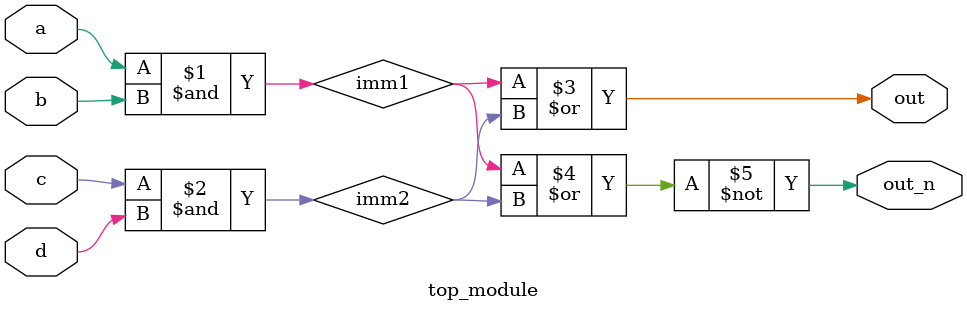
<source format=v>
`default_nettype none
module top_module(
    input a,
    input b,
    input c,
    input d,
    output out,
    output out_n   ); 
    
   wire imm1,imm2;
    
    assign imm1 = (a&b);
    assign imm2 = (c&d);
    assign out = (imm1|imm2);
    assign out_n = ~(imm1|imm2);

endmodule

</source>
